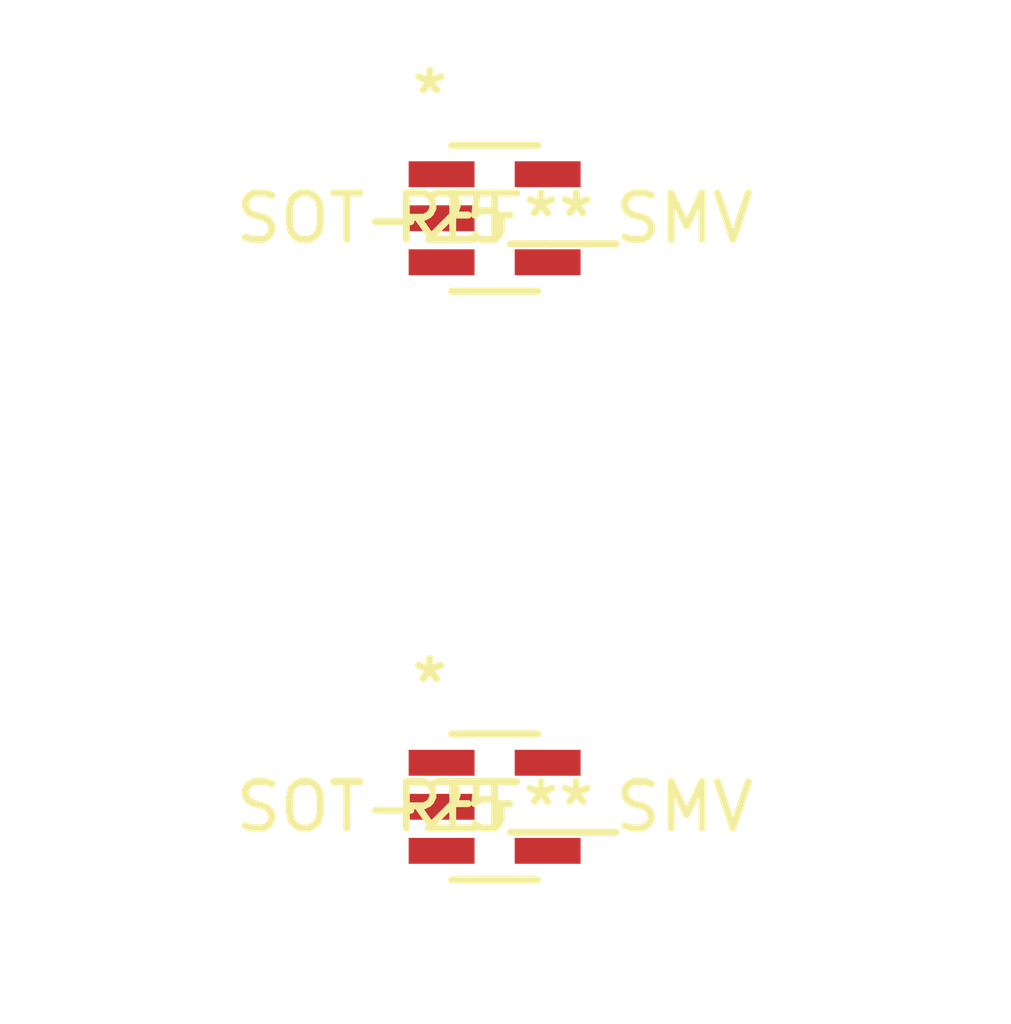
<source format=kicad_pcb>
(kicad_pcb (version 20171130) (host pcbnew "(5.1.6)-1")

  (general
    (thickness 1.6)
    (drawings 0)
    (tracks 0)
    (zones 0)
    (modules 2)
    (nets 1)
  )

  (page A4)
  (layers
    (0 F.Cu signal)
    (31 B.Cu signal)
    (32 B.Adhes user)
    (33 F.Adhes user)
    (34 B.Paste user)
    (35 F.Paste user)
    (36 B.SilkS user)
    (37 F.SilkS user)
    (38 B.Mask user)
    (39 F.Mask user)
    (40 Dwgs.User user)
    (41 Cmts.User user)
    (42 Eco1.User user)
    (43 Eco2.User user)
    (44 Edge.Cuts user)
    (45 Margin user)
    (46 B.CrtYd user)
    (47 F.CrtYd user)
    (48 B.Fab user)
    (49 F.Fab user)
  )

  (setup
    (last_trace_width 0.25)
    (trace_clearance 0.2)
    (zone_clearance 0.508)
    (zone_45_only no)
    (trace_min 0.2)
    (via_size 0.8)
    (via_drill 0.4)
    (via_min_size 0.4)
    (via_min_drill 0.3)
    (uvia_size 0.3)
    (uvia_drill 0.1)
    (uvias_allowed no)
    (uvia_min_size 0.2)
    (uvia_min_drill 0.1)
    (edge_width 0.05)
    (segment_width 0.2)
    (pcb_text_width 0.3)
    (pcb_text_size 1.5 1.5)
    (mod_edge_width 0.12)
    (mod_text_size 1 1)
    (mod_text_width 0.15)
    (pad_size 1.524 1.524)
    (pad_drill 0.762)
    (pad_to_mask_clearance 0.05)
    (aux_axis_origin 0 0)
    (visible_elements FFFFFF7F)
    (pcbplotparams
      (layerselection 0x010fc_ffffffff)
      (usegerberextensions false)
      (usegerberattributes true)
      (usegerberadvancedattributes true)
      (creategerberjobfile true)
      (excludeedgelayer true)
      (linewidth 0.100000)
      (plotframeref false)
      (viasonmask false)
      (mode 1)
      (useauxorigin false)
      (hpglpennumber 1)
      (hpglpenspeed 20)
      (hpglpendiameter 15.000000)
      (psnegative false)
      (psa4output false)
      (plotreference true)
      (plotvalue true)
      (plotinvisibletext false)
      (padsonsilk false)
      (subtractmaskfromsilk false)
      (outputformat 1)
      (mirror false)
      (drillshape 1)
      (scaleselection 1)
      (outputdirectory ""))
  )

  (net 0 "")

  (net_class Default "This is the default net class."
    (clearance 0.2)
    (trace_width 0.25)
    (via_dia 0.8)
    (via_drill 0.4)
    (uvia_dia 0.3)
    (uvia_drill 0.1)
  )

  (module 1ss309:1SS309TE85L_F (layer F.Cu) (tedit 0) (tstamp 5EF56E8F)
    (at 36.83 59.69)
    (fp_text reference REF** (at 0 0) (layer F.SilkS)
      (effects (font (size 1 1) (thickness 0.15)))
    )
    (fp_text value SOT-25___SMV (at 0 0) (layer F.SilkS)
      (effects (font (size 1 1) (thickness 0.15)))
    )
    (fp_arc (start 0 -1.4478) (end 0.3048 -1.4478) (angle 180) (layer F.Fab) (width 0.1524))
    (fp_text user * (at -0.4191 -1.3716) (layer F.Fab)
      (effects (font (size 1 1) (thickness 0.15)))
    )
    (fp_text user * (at -1.3984 -2.6518) (layer F.SilkS)
      (effects (font (size 1 1) (thickness 0.15)))
    )
    (fp_text user 0.056in/1.422mm (at -1.1444 3.8608) (layer Dwgs.User)
      (effects (font (size 1 1) (thickness 0.15)))
    )
    (fp_text user 0.09in/2.289mm (at 0 -3.8608) (layer Dwgs.User)
      (effects (font (size 1 1) (thickness 0.15)))
    )
    (fp_text user 0.022in/0.559mm (at 4.1924 -0.95) (layer Dwgs.User)
      (effects (font (size 1 1) (thickness 0.15)))
    )
    (fp_text user 0.037in/0.95mm (at -4.1924 -0.475) (layer Dwgs.User)
      (effects (font (size 1 1) (thickness 0.15)))
    )
    (fp_text user * (at -0.4191 -1.3716) (layer F.Fab)
      (effects (font (size 1 1) (thickness 0.15)))
    )
    (fp_text user * (at -1.3984 -2.6518) (layer F.SilkS)
      (effects (font (size 1 1) (thickness 0.15)))
    )
    (fp_text user "Copyright 2016 Accelerated Designs. All rights reserved." (at 0 0) (layer Cmts.User)
      (effects (font (size 0.127 0.127) (thickness 0.002)))
    )
    (fp_line (start -0.8001 -0.696) (end -0.8001 -1.204) (layer F.Fab) (width 0.1524))
    (fp_line (start -0.8001 -1.204) (end -1.5 -1.204) (layer F.Fab) (width 0.1524))
    (fp_line (start -1.5 -1.204) (end -1.5 -0.696) (layer F.Fab) (width 0.1524))
    (fp_line (start -1.5 -0.696) (end -0.8001 -0.696) (layer F.Fab) (width 0.1524))
    (fp_line (start -0.8001 0.254) (end -0.8001 -0.254) (layer F.Fab) (width 0.1524))
    (fp_line (start -0.8001 -0.254) (end -1.5 -0.254) (layer F.Fab) (width 0.1524))
    (fp_line (start -1.5 -0.254) (end -1.5 0.254) (layer F.Fab) (width 0.1524))
    (fp_line (start -1.5 0.254) (end -0.8001 0.254) (layer F.Fab) (width 0.1524))
    (fp_line (start -0.8001 1.204) (end -0.8001 0.696) (layer F.Fab) (width 0.1524))
    (fp_line (start -0.8001 0.696) (end -1.5 0.696) (layer F.Fab) (width 0.1524))
    (fp_line (start -1.5 0.696) (end -1.5 1.204) (layer F.Fab) (width 0.1524))
    (fp_line (start -1.5 1.204) (end -0.8001 1.204) (layer F.Fab) (width 0.1524))
    (fp_line (start 0.8001 0.696) (end 0.8001 1.204) (layer F.Fab) (width 0.1524))
    (fp_line (start 0.8001 1.204) (end 1.5 1.204) (layer F.Fab) (width 0.1524))
    (fp_line (start 1.5 1.204) (end 1.5 0.696) (layer F.Fab) (width 0.1524))
    (fp_line (start 1.5 0.696) (end 0.8001 0.696) (layer F.Fab) (width 0.1524))
    (fp_line (start 0.8001 -0.254) (end 0.8001 0.254) (layer F.Fab) (width 0.1524))
    (fp_line (start 0.8001 -1.204) (end 0.8001 -0.696) (layer F.Fab) (width 0.1524))
    (fp_line (start 0.8001 -0.696) (end 1.5 -0.696) (layer F.Fab) (width 0.1524))
    (fp_line (start 1.5 -0.696) (end 1.5 -1.204) (layer F.Fab) (width 0.1524))
    (fp_line (start 1.5 -1.204) (end 0.8001 -1.204) (layer F.Fab) (width 0.1524))
    (fp_line (start -0.9271 1.5748) (end 0.9271 1.5748) (layer F.SilkS) (width 0.1524))
    (fp_line (start 0.9271 -1.5748) (end -0.9271 -1.5748) (layer F.SilkS) (width 0.1524))
    (fp_line (start -0.8001 1.4478) (end 0.8001 1.4478) (layer F.Fab) (width 0.1524))
    (fp_line (start 0.8001 1.4478) (end 0.8001 -1.4478) (layer F.Fab) (width 0.1524))
    (fp_line (start 0.8001 -1.4478) (end -0.8001 -1.4478) (layer F.Fab) (width 0.1524))
    (fp_line (start -0.8001 -1.4478) (end -0.8001 1.4478) (layer F.Fab) (width 0.1524))
    (fp_line (start -2.1096 1.4834) (end -2.1096 -1.4834) (layer F.CrtYd) (width 0.1524))
    (fp_line (start -2.1096 -1.4834) (end -1.0541 -1.4834) (layer F.CrtYd) (width 0.1524))
    (fp_line (start -1.0541 -1.4834) (end -1.0541 -1.7018) (layer F.CrtYd) (width 0.1524))
    (fp_line (start -1.0541 -1.7018) (end 1.0541 -1.7018) (layer F.CrtYd) (width 0.1524))
    (fp_line (start 1.0541 -1.7018) (end 1.0541 -1.4834) (layer F.CrtYd) (width 0.1524))
    (fp_line (start 1.0541 -1.4834) (end 2.1096 -1.4834) (layer F.CrtYd) (width 0.1524))
    (fp_line (start 2.1096 -1.4834) (end 2.1096 1.4834) (layer F.CrtYd) (width 0.1524))
    (fp_line (start 2.1096 1.4834) (end 1.0541 1.4834) (layer F.CrtYd) (width 0.1524))
    (fp_line (start 1.0541 1.4834) (end 1.0541 1.7018) (layer F.CrtYd) (width 0.1524))
    (fp_line (start 1.0541 1.7018) (end -1.0541 1.7018) (layer F.CrtYd) (width 0.1524))
    (fp_line (start -1.0541 1.7018) (end -1.0541 1.4834) (layer F.CrtYd) (width 0.1524))
    (fp_line (start -1.0541 1.4834) (end -2.1096 1.4834) (layer F.CrtYd) (width 0.1524))
    (pad 5 smd rect (at 1.1444 -0.950001) (size 1.4224 0.5588) (layers F.Cu F.Paste F.Mask))
    (pad 4 smd rect (at 1.1444 0.950001) (size 1.4224 0.5588) (layers F.Cu F.Paste F.Mask))
    (pad 3 smd rect (at -1.1444 0.950001) (size 1.4224 0.5588) (layers F.Cu F.Paste F.Mask))
    (pad 2 smd rect (at -1.1444 0) (size 1.4224 0.5588) (layers F.Cu F.Paste F.Mask))
    (pad 1 smd rect (at -1.1444 -0.950001) (size 1.4224 0.5588) (layers F.Cu F.Paste F.Mask))
  )

  (module 1ss309:1SS309TE85L_F (layer F.Cu) (tedit 0) (tstamp 5EF56DAA)
    (at 36.83 46.99)
    (fp_text reference REF** (at 0 0) (layer F.SilkS)
      (effects (font (size 1 1) (thickness 0.15)))
    )
    (fp_text value SOT-25___SMV (at 0 0) (layer F.SilkS)
      (effects (font (size 1 1) (thickness 0.15)))
    )
    (fp_arc (start 0 -1.4478) (end 0.3048 -1.4478) (angle 180) (layer F.Fab) (width 0.1524))
    (fp_text user * (at -0.4191 -1.3716) (layer F.Fab)
      (effects (font (size 1 1) (thickness 0.15)))
    )
    (fp_text user * (at -1.3984 -2.6518) (layer F.SilkS)
      (effects (font (size 1 1) (thickness 0.15)))
    )
    (fp_text user 0.056in/1.422mm (at -1.1444 3.8608) (layer Dwgs.User)
      (effects (font (size 1 1) (thickness 0.15)))
    )
    (fp_text user 0.09in/2.289mm (at 0 -3.8608) (layer Dwgs.User)
      (effects (font (size 1 1) (thickness 0.15)))
    )
    (fp_text user 0.022in/0.559mm (at 4.1924 -0.95) (layer Dwgs.User)
      (effects (font (size 1 1) (thickness 0.15)))
    )
    (fp_text user 0.037in/0.95mm (at -4.1924 -0.475) (layer Dwgs.User)
      (effects (font (size 1 1) (thickness 0.15)))
    )
    (fp_text user * (at -0.4191 -1.3716) (layer F.Fab)
      (effects (font (size 1 1) (thickness 0.15)))
    )
    (fp_text user * (at -1.3984 -2.6518) (layer F.SilkS)
      (effects (font (size 1 1) (thickness 0.15)))
    )
    (fp_text user "Copyright 2016 Accelerated Designs. All rights reserved." (at 0 0) (layer Cmts.User)
      (effects (font (size 0.127 0.127) (thickness 0.002)))
    )
    (fp_line (start -0.8001 -0.696) (end -0.8001 -1.204) (layer F.Fab) (width 0.1524))
    (fp_line (start -0.8001 -1.204) (end -1.5 -1.204) (layer F.Fab) (width 0.1524))
    (fp_line (start -1.5 -1.204) (end -1.5 -0.696) (layer F.Fab) (width 0.1524))
    (fp_line (start -1.5 -0.696) (end -0.8001 -0.696) (layer F.Fab) (width 0.1524))
    (fp_line (start -0.8001 0.254) (end -0.8001 -0.254) (layer F.Fab) (width 0.1524))
    (fp_line (start -0.8001 -0.254) (end -1.5 -0.254) (layer F.Fab) (width 0.1524))
    (fp_line (start -1.5 -0.254) (end -1.5 0.254) (layer F.Fab) (width 0.1524))
    (fp_line (start -1.5 0.254) (end -0.8001 0.254) (layer F.Fab) (width 0.1524))
    (fp_line (start -0.8001 1.204) (end -0.8001 0.696) (layer F.Fab) (width 0.1524))
    (fp_line (start -0.8001 0.696) (end -1.5 0.696) (layer F.Fab) (width 0.1524))
    (fp_line (start -1.5 0.696) (end -1.5 1.204) (layer F.Fab) (width 0.1524))
    (fp_line (start -1.5 1.204) (end -0.8001 1.204) (layer F.Fab) (width 0.1524))
    (fp_line (start 0.8001 0.696) (end 0.8001 1.204) (layer F.Fab) (width 0.1524))
    (fp_line (start 0.8001 1.204) (end 1.5 1.204) (layer F.Fab) (width 0.1524))
    (fp_line (start 1.5 1.204) (end 1.5 0.696) (layer F.Fab) (width 0.1524))
    (fp_line (start 1.5 0.696) (end 0.8001 0.696) (layer F.Fab) (width 0.1524))
    (fp_line (start 0.8001 -0.254) (end 0.8001 0.254) (layer F.Fab) (width 0.1524))
    (fp_line (start 0.8001 -1.204) (end 0.8001 -0.696) (layer F.Fab) (width 0.1524))
    (fp_line (start 0.8001 -0.696) (end 1.5 -0.696) (layer F.Fab) (width 0.1524))
    (fp_line (start 1.5 -0.696) (end 1.5 -1.204) (layer F.Fab) (width 0.1524))
    (fp_line (start 1.5 -1.204) (end 0.8001 -1.204) (layer F.Fab) (width 0.1524))
    (fp_line (start -0.9271 1.5748) (end 0.9271 1.5748) (layer F.SilkS) (width 0.1524))
    (fp_line (start 0.9271 -1.5748) (end -0.9271 -1.5748) (layer F.SilkS) (width 0.1524))
    (fp_line (start -0.8001 1.4478) (end 0.8001 1.4478) (layer F.Fab) (width 0.1524))
    (fp_line (start 0.8001 1.4478) (end 0.8001 -1.4478) (layer F.Fab) (width 0.1524))
    (fp_line (start 0.8001 -1.4478) (end -0.8001 -1.4478) (layer F.Fab) (width 0.1524))
    (fp_line (start -0.8001 -1.4478) (end -0.8001 1.4478) (layer F.Fab) (width 0.1524))
    (fp_line (start -2.1096 1.4834) (end -2.1096 -1.4834) (layer F.CrtYd) (width 0.1524))
    (fp_line (start -2.1096 -1.4834) (end -1.0541 -1.4834) (layer F.CrtYd) (width 0.1524))
    (fp_line (start -1.0541 -1.4834) (end -1.0541 -1.7018) (layer F.CrtYd) (width 0.1524))
    (fp_line (start -1.0541 -1.7018) (end 1.0541 -1.7018) (layer F.CrtYd) (width 0.1524))
    (fp_line (start 1.0541 -1.7018) (end 1.0541 -1.4834) (layer F.CrtYd) (width 0.1524))
    (fp_line (start 1.0541 -1.4834) (end 2.1096 -1.4834) (layer F.CrtYd) (width 0.1524))
    (fp_line (start 2.1096 -1.4834) (end 2.1096 1.4834) (layer F.CrtYd) (width 0.1524))
    (fp_line (start 2.1096 1.4834) (end 1.0541 1.4834) (layer F.CrtYd) (width 0.1524))
    (fp_line (start 1.0541 1.4834) (end 1.0541 1.7018) (layer F.CrtYd) (width 0.1524))
    (fp_line (start 1.0541 1.7018) (end -1.0541 1.7018) (layer F.CrtYd) (width 0.1524))
    (fp_line (start -1.0541 1.7018) (end -1.0541 1.4834) (layer F.CrtYd) (width 0.1524))
    (fp_line (start -1.0541 1.4834) (end -2.1096 1.4834) (layer F.CrtYd) (width 0.1524))
    (pad 5 smd rect (at 1.1444 -0.950001) (size 1.4224 0.5588) (layers F.Cu F.Paste F.Mask))
    (pad 4 smd rect (at 1.1444 0.950001) (size 1.4224 0.5588) (layers F.Cu F.Paste F.Mask))
    (pad 3 smd rect (at -1.1444 0.950001) (size 1.4224 0.5588) (layers F.Cu F.Paste F.Mask))
    (pad 2 smd rect (at -1.1444 0) (size 1.4224 0.5588) (layers F.Cu F.Paste F.Mask))
    (pad 1 smd rect (at -1.1444 -0.950001) (size 1.4224 0.5588) (layers F.Cu F.Paste F.Mask))
  )

)

</source>
